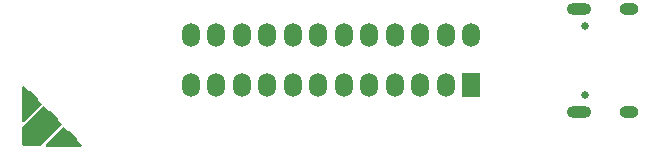
<source format=gbr>
%TF.GenerationSoftware,KiCad,Pcbnew,9.0.3*%
%TF.CreationDate,2025-08-28T21:01:50-07:00*%
%TF.ProjectId,xyp-gpib,7879702d-6770-4696-922e-6b696361645f,rev?*%
%TF.SameCoordinates,Original*%
%TF.FileFunction,Soldermask,Bot*%
%TF.FilePolarity,Negative*%
%FSLAX46Y46*%
G04 Gerber Fmt 4.6, Leading zero omitted, Abs format (unit mm)*
G04 Created by KiCad (PCBNEW 9.0.3) date 2025-08-28 21:01:50*
%MOMM*%
%LPD*%
G01*
G04 APERTURE LIST*
G04 Aperture macros list*
%AMFreePoly0*
4,1,19,0.500000,0.418198,1.081873,0.418198,1.140652,0.399100,1.176979,0.349100,1.176979,0.287296,1.152584,0.247487,-0.883883,-1.788980,-0.938952,-1.817038,-0.999993,-1.807370,-1.043695,-1.763668,-1.054594,-1.718269,-1.054595,0.318198,-1.035496,0.376977,-0.985496,0.413304,-0.954594,0.418199,-0.500000,0.418198,-0.500000,0.500000,0.500000,0.500000,0.500000,0.418198,0.500000,0.418198,
$1*%
%AMFreePoly1*
4,1,23,0.500000,0.418198,0.954594,0.418199,1.013373,0.399100,1.049700,0.349100,1.054595,0.318198,1.054594,-2.100106,1.035496,-2.158886,1.025305,-2.170818,0.007071,-3.189052,-0.047997,-3.217110,-0.109039,-3.207442,-0.134351,-3.189052,-1.152584,-2.170818,-1.180642,-2.115750,-1.181873,-2.100106,-1.181872,0.318198,-1.162775,0.376977,-1.112775,0.413304,-1.081873,0.418198,-0.500000,0.418198,
-0.500000,0.500000,0.500000,0.500000,0.500000,0.418198,0.500000,0.418198,$1*%
%AMFreePoly2*
4,1,19,0.500000,0.418198,0.954594,0.418199,1.013373,0.399100,1.049700,0.349100,1.054595,0.318198,1.054594,-1.718269,1.035496,-1.777048,0.985496,-1.813375,0.923692,-1.813375,0.883883,-1.788980,-1.152584,0.247487,-1.180642,0.302555,-1.170974,0.363597,-1.127272,0.407299,-1.081873,0.418198,-0.500000,0.418198,-0.500000,0.500000,0.500000,0.500000,0.500000,0.418198,0.500000,0.418198,
$1*%
G04 Aperture macros list end*
%ADD10FreePoly0,315.000000*%
%ADD11FreePoly1,315.000000*%
%ADD12FreePoly2,315.000000*%
%ADD13C,0.650000*%
%ADD14O,2.100000X1.000000*%
%ADD15O,1.600000X1.000000*%
%ADD16R,1.500000X2.000000*%
%ADD17O,1.500000X2.000000*%
G04 APERTURE END LIST*
D10*
%TO.C,ISP1*%
X184121200Y-89210800D03*
D11*
X182501200Y-87590800D03*
D12*
X180791200Y-85880800D03*
%TD*%
D13*
%TO.C,J1*%
X227836200Y-85486800D03*
X227836200Y-79706800D03*
D14*
X227336200Y-86916800D03*
D15*
X231516200Y-86916800D03*
D14*
X227336200Y-78276800D03*
D15*
X231516200Y-78276800D03*
%TD*%
D16*
%TO.C,GPIB1*%
X218194000Y-84695000D03*
D17*
X218194000Y-80405000D03*
X216034000Y-84695000D03*
X216034000Y-80405000D03*
X213874000Y-84695000D03*
X213874000Y-80405000D03*
X211714000Y-84695000D03*
X211714000Y-80405000D03*
X209554000Y-84695000D03*
X209554000Y-80405000D03*
X207394000Y-84695000D03*
X207394000Y-80405000D03*
X205234000Y-84695000D03*
X205234000Y-80405000D03*
X203074000Y-84695000D03*
X203074000Y-80405000D03*
X200914000Y-84695000D03*
X200914000Y-80405000D03*
X198754000Y-84695000D03*
X198754000Y-80405000D03*
X196594000Y-84695000D03*
X196594000Y-80405000D03*
X194434000Y-84695000D03*
X194434000Y-80405000D03*
%TD*%
M02*

</source>
